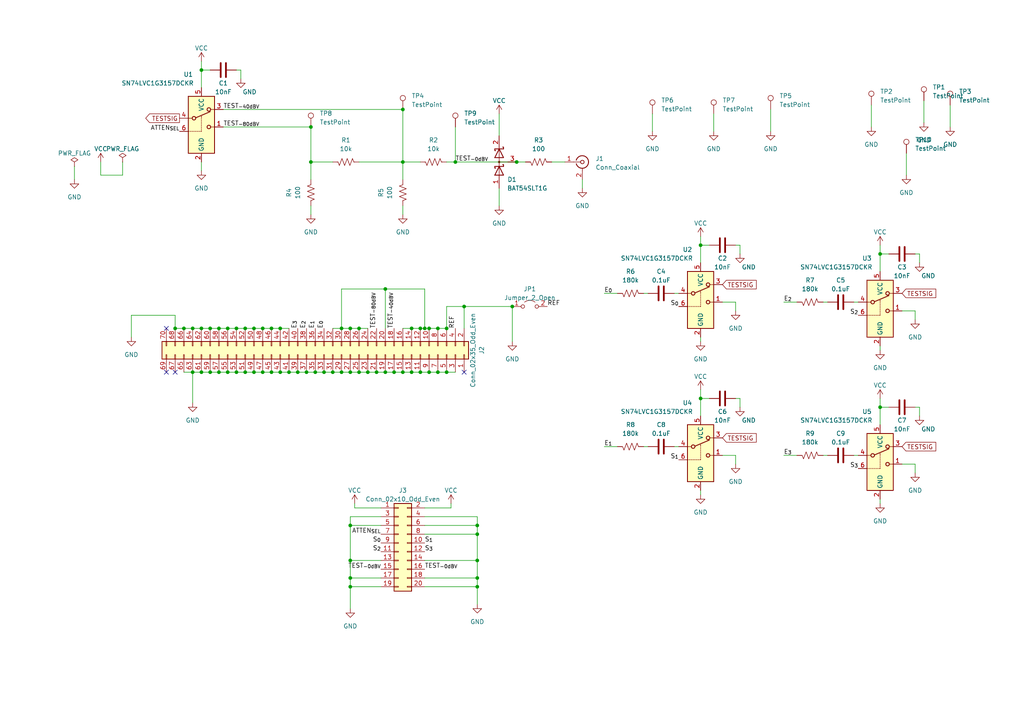
<source format=kicad_sch>
(kicad_sch (version 20230121) (generator eeschema)
  (paper "A4")
  (title_block (title "Extracellular Electrophysiology Test Board Test Board") (rev "A") (company "Open Ephys, Inc") (comment 1 "Jonathan P. Newman") (comment 2 "Cris Sharp"))
  (lib_symbols
    (symbol "Connector:Conn_Coaxial" (pin_names (offset 1.016) hide)
      (property "Reference" "J" (at 0.254 3.048 0))
      (property "Value" "Conn_Coaxial" (at 2.921 0 90))
      (symbol "Conn_Coaxial_0_1"
        (arc (start -1.778 -0.508) (mid 0.2311 -1.8066) (end 1.778 0) (stroke (width 0.254)))
        (polyline (pts (xy -2.54 0) (xy -0.508 0)))
        (polyline (pts (xy 0 -2.54) (xy 0 -1.778)))
        (circle (center 0 0) (radius 0.508) (stroke (width 0.2032)))
        (arc (start 1.778 0) (mid 0.2099 1.8101) (end -1.778 0.508) (stroke (width 0.254)))
      )
      (symbol "Conn_Coaxial_1_1"
        (pin passive line (at -5.08 0 0) (length 2.54) (name "In") (number "1"))
        (pin passive line (at 0 -5.08 90) (length 2.54) (name "Ext") (number "2"))
      )
    )
    (symbol "Connector:TestPoint" (pin_numbers hide) (pin_names (offset 0.762) hide)
      (property "Reference" "TP" (at 0 6.858 0))
      (property "Value" "TestPoint" (at 0 5.08 0))
      (symbol "TestPoint_0_1"
        (circle (center 0 3.302) (radius 0.762))
      )
      (symbol "TestPoint_1_1"
        (pin passive line (at 0 0 90) (length 2.54) (name "1") (number "1"))
      )
    )
    (symbol "Connector_Generic:Conn_02x10_Odd_Even" (pin_names (offset 1.016) hide)
      (property "Reference" "J" (at 1.27 12.7 0))
      (property "Value" "Conn_02x10_Odd_Even" (at 1.27 -15.24 0))
      (symbol "Conn_02x10_Odd_Even_1_1"
        (rectangle (start -1.27 -12.573) (end 0 -12.827) (stroke (width 0.1524)))
        (rectangle (start -1.27 -10.033) (end 0 -10.287) (stroke (width 0.1524)))
        (rectangle (start -1.27 -7.493) (end 0 -7.747) (stroke (width 0.1524)))
        (rectangle (start -1.27 -4.953) (end 0 -5.207) (stroke (width 0.1524)))
        (rectangle (start -1.27 -2.413) (end 0 -2.667) (stroke (width 0.1524)))
        (rectangle (start -1.27 0.127) (end 0 -0.127) (stroke (width 0.1524)))
        (rectangle (start -1.27 2.667) (end 0 2.413) (stroke (width 0.1524)))
        (rectangle (start -1.27 5.207) (end 0 4.953) (stroke (width 0.1524)))
        (rectangle (start -1.27 7.747) (end 0 7.493) (stroke (width 0.1524)))
        (rectangle (start -1.27 10.287) (end 0 10.033) (stroke (width 0.1524)))
        (rectangle (start -1.27 11.43) (end 3.81 -13.97) (stroke (width 0.254)) (fill (type background)))
        (rectangle (start 3.81 -12.573) (end 2.54 -12.827) (stroke (width 0.1524)))
        (rectangle (start 3.81 -10.033) (end 2.54 -10.287) (stroke (width 0.1524)))
        (rectangle (start 3.81 -7.493) (end 2.54 -7.747) (stroke (width 0.1524)))
        (rectangle (start 3.81 -4.953) (end 2.54 -5.207) (stroke (width 0.1524)))
        (rectangle (start 3.81 -2.413) (end 2.54 -2.667) (stroke (width 0.1524)))
        (rectangle (start 3.81 0.127) (end 2.54 -0.127) (stroke (width 0.1524)))
        (rectangle (start 3.81 2.667) (end 2.54 2.413) (stroke (width 0.1524)))
        (rectangle (start 3.81 5.207) (end 2.54 4.953) (stroke (width 0.1524)))
        (rectangle (start 3.81 7.747) (end 2.54 7.493) (stroke (width 0.1524)))
        (rectangle (start 3.81 10.287) (end 2.54 10.033) (stroke (width 0.1524)))
        (pin passive line (at -5.08 10.16 0) (length 3.81) (name "Pin_1") (number "1"))
        (pin passive line (at 7.62 0 180) (length 3.81) (name "Pin_10") (number "10"))
        (pin passive line (at -5.08 -2.54 0) (length 3.81) (name "Pin_11") (number "11"))
        (pin passive line (at 7.62 -2.54 180) (length 3.81) (name "Pin_12") (number "12"))
        (pin passive line (at -5.08 -5.08 0) (length 3.81) (name "Pin_13") (number "13"))
        (pin passive line (at 7.62 -5.08 180) (length 3.81) (name "Pin_14") (number "14"))
        (pin passive line (at -5.08 -7.62 0) (length 3.81) (name "Pin_15") (number "15"))
        (pin passive line (at 7.62 -7.62 180) (length 3.81) (name "Pin_16") (number "16"))
        (pin passive line (at -5.08 -10.16 0) (length 3.81) (name "Pin_17") (number "17"))
        (pin passive line (at 7.62 -10.16 180) (length 3.81) (name "Pin_18") (number "18"))
        (pin passive line (at -5.08 -12.7 0) (length 3.81) (name "Pin_19") (number "19"))
        (pin passive line (at 7.62 10.16 180) (length 3.81) (name "Pin_2") (number "2"))
        (pin passive line (at 7.62 -12.7 180) (length 3.81) (name "Pin_20") (number "20"))
        (pin passive line (at -5.08 7.62 0) (length 3.81) (name "Pin_3") (number "3"))
        (pin passive line (at 7.62 7.62 180) (length 3.81) (name "Pin_4") (number "4"))
        (pin passive line (at -5.08 5.08 0) (length 3.81) (name "Pin_5") (number "5"))
        (pin passive line (at 7.62 5.08 180) (length 3.81) (name "Pin_6") (number "6"))
        (pin passive line (at -5.08 2.54 0) (length 3.81) (name "Pin_7") (number "7"))
        (pin passive line (at 7.62 2.54 180) (length 3.81) (name "Pin_8") (number "8"))
        (pin passive line (at -5.08 0 0) (length 3.81) (name "Pin_9") (number "9"))
      )
    )
    (symbol "Connector_Generic:Conn_02x35_Odd_Even" (pin_names (offset 1.016) hide)
      (property "Reference" "J" (at 1.27 45.72 0))
      (property "Value" "Conn_02x35_Odd_Even" (at 1.27 -45.72 0))
      (symbol "Conn_02x35_Odd_Even_1_1"
        (rectangle (start -1.27 -43.053) (end 0 -43.307) (stroke (width 0.1524)))
        (rectangle (start -1.27 -40.513) (end 0 -40.767) (stroke (width 0.1524)))
        (rectangle (start -1.27 -37.973) (end 0 -38.227) (stroke (width 0.1524)))
        (rectangle (start -1.27 -35.433) (end 0 -35.687) (stroke (width 0.1524)))
        (rectangle (start -1.27 -32.893) (end 0 -33.147) (stroke (width 0.1524)))
        (rectangle (start -1.27 -30.353) (end 0 -30.607) (stroke (width 0.1524)))
        (rectangle (start -1.27 -27.813) (end 0 -28.067) (stroke (width 0.1524)))
        (rectangle (start -1.27 -25.273) (end 0 -25.527) (stroke (width 0.1524)))
        (rectangle (start -1.27 -22.733) (end 0 -22.987) (stroke (width 0.1524)))
        (rectangle (start -1.27 -20.193) (end 0 -20.447) (stroke (width 0.1524)))
        (rectangle (start -1.27 -17.653) (end 0 -17.907) (stroke (width 0.1524)))
        (rectangle (start -1.27 -15.113) (end 0 -15.367) (stroke (width 0.1524)))
        (rectangle (start -1.27 -12.573) (end 0 -12.827) (stroke (width 0.1524)))
        (rectangle (start -1.27 -10.033) (end 0 -10.287) (stroke (width 0.1524)))
        (rectangle (start -1.27 -7.493) (end 0 -7.747) (stroke (width 0.1524)))
        (rectangle (start -1.27 -4.953) (end 0 -5.207) (stroke (width 0.1524)))
        (rectangle (start -1.27 -2.413) (end 0 -2.667) (stroke (width 0.1524)))
        (rectangle (start -1.27 0.127) (end 0 -0.127) (stroke (width 0.1524)))
        (rectangle (start -1.27 2.667) (end 0 2.413) (stroke (width 0.1524)))
        (rectangle (start -1.27 5.207) (end 0 4.953) (stroke (width 0.1524)))
        (rectangle (start -1.27 7.747) (end 0 7.493) (stroke (width 0.1524)))
        (rectangle (start -1.27 10.287) (end 0 10.033) (stroke (width 0.1524)))
        (rectangle (start -1.27 12.827) (end 0 12.573) (stroke (width 0.1524)))
        (rectangle (start -1.27 15.367) (end 0 15.113) (stroke (width 0.1524)))
        (rectangle (start -1.27 17.907) (end 0 17.653) (stroke (width 0.1524)))
        (rectangle (start -1.27 20.447) (end 0 20.193) (stroke (width 0.1524)))
        (rectangle (start -1.27 22.987) (end 0 22.733) (stroke (width 0.1524)))
        (rectangle (start -1.27 25.527) (end 0 25.273) (stroke (width 0.1524)))
        (rectangle (start -1.27 28.067) (end 0 27.813) (stroke (width 0.1524)))
        (rectangle (start -1.27 30.607) (end 0 30.353) (stroke (width 0.1524)))
        (rectangle (start -1.27 33.147) (end 0 32.893) (stroke (width 0.1524)))
        (rectangle (start -1.27 35.687) (end 0 35.433) (stroke (width 0.1524)))
        (rectangle (start -1.27 38.227) (end 0 37.973) (stroke (width 0.1524)))
        (rectangle (start -1.27 40.767) (end 0 40.513) (stroke (width 0.1524)))
        (rectangle (start -1.27 43.307) (end 0 43.053) (stroke (width 0.1524)))
        (rectangle (start -1.27 44.45) (end 3.81 -44.45) (stroke (width 0.254)) (fill (type background)))
        (rectangle (start 3.81 -43.053) (end 2.54 -43.307) (stroke (width 0.1524)))
        (rectangle (start 3.81 -40.513) (end 2.54 -40.767) (stroke (width 0.1524)))
        (rectangle (start 3.81 -37.973) (end 2.54 -38.227) (stroke (width 0.1524)))
        (rectangle (start 3.81 -35.433) (end 2.54 -35.687) (stroke (width 0.1524)))
        (rectangle (start 3.81 -32.893) (end 2.54 -33.147) (stroke (width 0.1524)))
        (rectangle (start 3.81 -30.353) (end 2.54 -30.607) (stroke (width 0.1524)))
        (rectangle (start 3.81 -27.813) (end 2.54 -28.067) (stroke (width 0.1524)))
        (rectangle (start 3.81 -25.273) (end 2.54 -25.527) (stroke (width 0.1524)))
        (rectangle (start 3.81 -22.733) (end 2.54 -22.987) (stroke (width 0.1524)))
        (rectangle (start 3.81 -20.193) (end 2.54 -20.447) (stroke (width 0.1524)))
        (rectangle (start 3.81 -17.653) (end 2.54 -17.907) (stroke (width 0.1524)))
        (rectangle (start 3.81 -15.113) (end 2.54 -15.367) (stroke (width 0.1524)))
        (rectangle (start 3.81 -12.573) (end 2.54 -12.827) (stroke (width 0.1524)))
        (rectangle (start 3.81 -10.033) (end 2.54 -10.287) (stroke (width 0.1524)))
        (rectangle (start 3.81 -7.493) (end 2.54 -7.747) (stroke (width 0.1524)))
        (rectangle (start 3.81 -4.953) (end 2.54 -5.207) (stroke (width 0.1524)))
        (rectangle (start 3.81 -2.413) (end 2.54 -2.667) (stroke (width 0.1524)))
        (rectangle (start 3.81 0.127) (end 2.54 -0.127) (stroke (width 0.1524)))
        (rectangle (start 3.81 2.667) (end 2.54 2.413) (stroke (width 0.1524)))
        (rectangle (start 3.81 5.207) (end 2.54 4.953) (stroke (width 0.1524)))
        (rectangle (start 3.81 7.747) (end 2.54 7.493) (stroke (width 0.1524)))
        (rectangle (start 3.81 10.287) (end 2.54 10.033) (stroke (width 0.1524)))
        (rectangle (start 3.81 12.827) (end 2.54 12.573) (stroke (width 0.1524)))
        (rectangle (start 3.81 15.367) (end 2.54 15.113) (stroke (width 0.1524)))
        (rectangle (start 3.81 17.907) (end 2.54 17.653) (stroke (width 0.1524)))
        (rectangle (start 3.81 20.447) (end 2.54 20.193) (stroke (width 0.1524)))
        (rectangle (start 3.81 22.987) (end 2.54 22.733) (stroke (width 0.1524)))
        (rectangle (start 3.81 25.527) (end 2.54 25.273) (stroke (width 0.1524)))
        (rectangle (start 3.81 28.067) (end 2.54 27.813) (stroke (width 0.1524)))
        (rectangle (start 3.81 30.607) (end 2.54 30.353) (stroke (width 0.1524)))
        (rectangle (start 3.81 33.147) (end 2.54 32.893) (stroke (width 0.1524)))
        (rectangle (start 3.81 35.687) (end 2.54 35.433) (stroke (width 0.1524)))
        (rectangle (start 3.81 38.227) (end 2.54 37.973) (stroke (width 0.1524)))
        (rectangle (start 3.81 40.767) (end 2.54 40.513) (stroke (width 0.1524)))
        (rectangle (start 3.81 43.307) (end 2.54 43.053) (stroke (width 0.1524)))
        (pin passive line (at -5.08 43.18 0) (length 3.81) (name "Pin_1") (number "1"))
        (pin passive line (at 7.62 33.02 180) (length 3.81) (name "Pin_10") (number "10"))
        (pin passive line (at -5.08 30.48 0) (length 3.81) (name "Pin_11") (number "11"))
        (pin passive line (at 7.62 30.48 180) (length 3.81) (name "Pin_12") (number "12"))
        (pin passive line (at -5.08 27.94 0) (length 3.81) (name "Pin_13") (number "13"))
        (pin passive line (at 7.62 27.94 180) (length 3.81) (name "Pin_14") (number "14"))
        (pin passive line (at -5.08 25.4 0) (length 3.81) (name "Pin_15") (number "15"))
        (pin passive line (at 7.62 25.4 180) (length 3.81) (name "Pin_16") (number "16"))
        (pin passive line (at -5.08 22.86 0) (length 3.81) (name "Pin_17") (number "17"))
        (pin passive line (at 7.62 22.86 180) (length 3.81) (name "Pin_18") (number "18"))
        (pin passive line (at -5.08 20.32 0) (length 3.81) (name "Pin_19") (number "19"))
        (pin passive line (at 7.62 43.18 180) (length 3.81) (name "Pin_2") (number "2"))
        (pin passive line (at 7.62 20.32 180) (length 3.81) (name "Pin_20") (number "20"))
        (pin passive line (at -5.08 17.78 0) (length 3.81) (name "Pin_21") (number "21"))
        (pin passive line (at 7.62 17.78 180) (length 3.81) (name "Pin_22") (number "22"))
        (pin passive line (at -5.08 15.24 0) (length 3.81) (name "Pin_23") (number "23"))
        (pin passive line (at 7.62 15.24 180) (length 3.81) (name "Pin_24") (number "24"))
        (pin passive line (at -5.08 12.7 0) (length 3.81) (name "Pin_25") (number "25"))
        (pin passive line (at 7.62 12.7 180) (length 3.81) (name "Pin_26") (number "26"))
        (pin passive line (at -5.08 10.16 0) (length 3.81) (name "Pin_27") (number "27"))
        (pin passive line (at 7.62 10.16 180) (length 3.81) (name "Pin_28") (number "28"))
        (pin passive line (at -5.08 7.62 0) (length 3.81) (name "Pin_29") (number "29"))
        (pin passive line (at -5.08 40.64 0) (length 3.81) (name "Pin_3") (number "3"))
        (pin passive line (at 7.62 7.62 180) (length 3.81) (name "Pin_30") (number "30"))
        (pin passive line (at -5.08 5.08 0) (length 3.81) (name "Pin_31") (number "31"))
        (pin passive line (at 7.62 5.08 180) (length 3.81) (name "Pin_32") (number "32"))
        (pin passive line (at -5.08 2.54 0) (length 3.81) (name "Pin_33") (number "33"))
        (pin passive line (at 7.62 2.54 180) (length 3.81) (name "Pin_34") (number "34"))
        (pin passive line (at -5.08 0 0) (length 3.81) (name "Pin_35") (number "35"))
        (pin passive line (at 7.62 0 180) (length 3.81) (name "Pin_36") (number "36"))
        (pin passive line (at -5.08 -2.54 0) (length 3.81) (name "Pin_37") (number "37"))
        (pin passive line (at 7.62 -2.54 180) (length 3.81) (name "Pin_38") (number "38"))
        (pin passive line (at -5.08 -5.08 0) (length 3.81) (name "Pin_39") (number "39"))
        (pin passive line (at 7.62 40.64 180) (length 3.81) (name "Pin_4") (number "4"))
        (pin passive line (at 7.62 -5.08 180) (length 3.81) (name "Pin_40") (number "40"))
        (pin passive line (at -5.08 -7.62 0) (length 3.81) (name "Pin_41") (number "41"))
        (pin passive line (at 7.62 -7.62 180) (length 3.81) (name "Pin_42") (number "42"))
        (pin passive line (at -5.08 -10.16 0) (length 3.81) (name "Pin_43") (number "43"))
        (pin passive line (at 7.62 -10.16 180) (length 3.81) (name "Pin_44") (number "44"))
        (pin passive line (at -5.08 -12.7 0) (length 3.81) (name "Pin_45") (number "45"))
        (pin passive line (at 7.62 -12.7 180) (length 3.81) (name "Pin_46") (number "46"))
        (pin passive line (at -5.08 -15.24 0) (length 3.81) (name "Pin_47") (number "47"))
        (pin passive line (at 7.62 -15.24 180) (length 3.81) (name "Pin_48") (number "48"))
        (pin passive line (at -5.08 -17.78 0) (length 3.81) (name "Pin_49") (number "49"))
        (pin passive line (at -5.08 38.1 0) (length 3.81) (name "Pin_5") (number "5"))
        (pin passive line (at 7.62 -17.78 180) (length 3.81) (name "Pin_50") (number "50"))
        (pin passive line (at -5.08 -20.32 0) (length 3.81) (name "Pin_51") (number "51"))
        (pin passive line (at 7.62 -20.32 180) (length 3.81) (name "Pin_52") (number "52"))
        (pin passive line (at -5.08 -22.86 0) (length 3.81) (name "Pin_53") (number "53"))
        (pin passive line (at 7.62 -22.86 180) (length 3.81) (name "Pin_54") (number "54"))
        (pin passive line (at -5.08 -25.4 0) (length 3.81) (name "Pin_55") (number "55"))
        (pin passive line (at 7.62 -25.4 180) (length 3.81) (name "Pin_56") (number "56"))
        (pin passive line (at -5.08 -27.94 0) (length 3.81) (name "Pin_57") (number "57"))
        (pin passive line (at 7.62 -27.94 180) (length 3.81) (name "Pin_58") (number "58"))
        (pin passive line (at -5.08 -30.48 0) (length 3.81) (name "Pin_59") (number "59"))
        (pin passive line (at 7.62 38.1 180) (length 3.81) (name "Pin_6") (number "6"))
        (pin passive line (at 7.62 -30.48 180) (length 3.81) (name "Pin_60") (number "60"))
        (pin passive line (at -5.08 -33.02 0) (length 3.81) (name "Pin_61") (number "61"))
        (pin passive line (at 7.62 -33.02 180) (length 3.81) (name "Pin_62") (number "62"))
        (pin passive line (at -5.08 -35.56 0) (length 3.81) (name "Pin_63") (number "63"))
        (pin passive line (at 7.62 -35.56 180) (length 3.81) (name "Pin_64") (number "64"))
        (pin passive line (at -5.08 -38.1 0) (length 3.81) (name "Pin_65") (number "65"))
        (pin passive line (at 7.62 -38.1 180) (length 3.81) (name "Pin_66") (number "66"))
        (pin passive line (at -5.08 -40.64 0) (length 3.81) (name "Pin_67") (number "67"))
        (pin passive line (at 7.62 -40.64 180) (length 3.81) (name "Pin_68") (number "68"))
        (pin passive line (at -5.08 -43.18 0) (length 3.81) (name "Pin_69") (number "69"))
        (pin passive line (at -5.08 35.56 0) (length 3.81) (name "Pin_7") (number "7"))
        (pin passive line (at 7.62 -43.18 180) (length 3.81) (name "Pin_70") (number "70"))
        (pin passive line (at 7.62 35.56 180) (length 3.81) (name "Pin_8") (number "8"))
        (pin passive line (at -5.08 33.02 0) (length 3.81) (name "Pin_9") (number "9"))
      )
    )
    (symbol "Device:C" (pin_numbers hide) (pin_names (offset 0.254))
      (property "Reference" "C" (at 0.635 2.54 0))
      (property "Value" "C" (at 0.635 -2.54 0))
      (symbol "C_0_1"
        (polyline (pts (xy -2.032 -0.762) (xy 2.032 -0.762)) (stroke (width 0.508)))
        (polyline (pts (xy -2.032 0.762) (xy 2.032 0.762)) (stroke (width 0.508)))
      )
      (symbol "C_1_1"
        (pin passive line (at 0 3.81 270) (length 2.794) (name "~") (number "1"))
        (pin passive line (at 0 -3.81 90) (length 2.794) (name "~") (number "2"))
      )
    )
    (symbol "Device:D_Schottky_Dual_Series_AKC" (pin_names (offset 0.762) hide)
      (property "Reference" "D" (at 1.27 -2.54 0))
      (property "Value" "D_Schottky_Dual_Series_AKC" (at 0 2.54 0))
      (symbol "D_Schottky_Dual_Series_AKC_0_1"
        (polyline (pts (xy -3.81 0) (xy 3.81 0)))
        (polyline (pts (xy 0 0) (xy 0 -2.54)))
        (polyline (pts (xy 6.35 0) (xy 7.62 0)))
        (polyline (pts (xy -1.27 -1.27) (xy -1.27 1.27) (xy -1.27 1.27)) (stroke (width 0.254)))
        (polyline (pts (xy 3.81 1.27) (xy 3.81 -1.27) (xy 3.81 -1.27)) (stroke (width 0.254)))
        (polyline (pts (xy -1.27 -1.27) (xy -0.762 -1.27) (xy -0.762 -1.016) (xy -0.762 -1.016)) (stroke (width 0.254)))
        (polyline (pts (xy 3.81 -1.27) (xy 4.318 -1.27) (xy 4.318 -1.016) (xy 4.318 -1.016)) (stroke (width 0.254)))
        (polyline (pts (xy 3.81 1.27) (xy 3.302 1.27) (xy 3.302 1.016) (xy 3.302 1.016)) (stroke (width 0.254)))
        (polyline (pts (xy -1.778 1.016) (xy -1.778 1.27) (xy -1.27 1.27) (xy -1.27 1.27) (xy -1.27 1.27)) (stroke (width 0.254)))
        (polyline (pts (xy -3.81 1.27) (xy -1.27 0) (xy -3.81 -1.27) (xy -3.81 1.27) (xy -3.81 1.27) (xy -3.81 1.27)) (stroke (width 0.254)))
        (polyline (pts (xy 1.27 1.27) (xy 3.81 0) (xy 1.27 -1.27) (xy 1.27 1.27) (xy 1.27 1.27) (xy 1.27 1.27)) (stroke (width 0.254)))
        (circle (center 0 0) (radius 0.254) (fill (type outline)))
        (pin passive line (at -7.62 0 0) (length 3.81) (name "A") (number "1"))
        (pin passive line (at 7.62 0 180) (length 3.81) (name "K") (number "2"))
        (pin passive line (at 0 -5.08 90) (length 2.54) (name "common") (number "3"))
      )
    )
    (symbol "Device:R_US" (pin_numbers hide) (pin_names (offset 0))
      (property "Reference" "R" (at 2.54 0 90))
      (property "Value" "R_US" (at -2.54 0 90))
      (symbol "R_US_0_1"
        (polyline (pts (xy 0 -2.286) (xy 0 -2.54)))
        (polyline (pts (xy 0 2.286) (xy 0 2.54)))
        (polyline (pts (xy 0 -0.762) (xy 1.016 -1.143) (xy 0 -1.524) (xy -1.016 -1.905) (xy 0 -2.286)))
        (polyline (pts (xy 0 0.762) (xy 1.016 0.381) (xy 0 0) (xy -1.016 -0.381) (xy 0 -0.762)))
        (polyline (pts (xy 0 2.286) (xy 1.016 1.905) (xy 0 1.524) (xy -1.016 1.143) (xy 0 0.762)))
      )
      (symbol "R_US_1_1"
        (pin passive line (at 0 3.81 270) (length 1.27) (name "~") (number "1"))
        (pin passive line (at 0 -3.81 90) (length 1.27) (name "~") (number "2"))
      )
    )
    (symbol "Jumper:Jumper_2_Open" (pin_names (offset 0) hide)
      (property "Reference" "JP" (at 0 2.794 0))
      (property "Value" "Jumper_2_Open" (at 0 -2.286 0))
      (symbol "Jumper_2_Open_0_0"
        (circle (center -2.032 0) (radius 0.508))
        (circle (center 2.032 0) (radius 0.508))
      )
      (symbol "Jumper_2_Open_0_1"
        (arc (start 1.524 1.27) (mid 0 1.778) (end -1.524 1.27))
      )
      (symbol "Jumper_2_Open_1_1"
        (pin passive line (at -5.08 0 0) (length 2.54) (name "A") (number "1"))
        (pin passive line (at 5.08 0 180) (length 2.54) (name "B") (number "2"))
      )
    )
    (symbol "open-ephys:SN74LVC1G3157DCKR"
      (property "Reference" "U" (at 3.81 11.43 0))
      (property "Value" "SN74LVC1G3157DCKR" (at 11.43 8.89 0))
      (symbol "SN74LVC1G3157DCKR_1_1"
        (rectangle (start -3.81 7.62) (end 3.81 -8.89) (stroke (width 0.254)) (fill (type background)))
        (circle (center -2.159 1.27) (radius 0.508) (stroke (width 0.254)))
        (polyline (pts (xy -3.81 -2.54) (xy -3.556 -2.54)))
        (polyline (pts (xy -3.81 1.27) (xy -2.794 1.27)))
        (polyline (pts (xy -3.048 -2.54) (xy -3.302 -2.54)))
        (polyline (pts (xy -2.54 -2.54) (xy -2.794 -2.54)))
        (polyline (pts (xy -2.032 -2.54) (xy -2.286 -2.54)))
        (polyline (pts (xy -1.651 1.397) (xy 2.54 3.175)) (stroke (width 0.254)))
        (polyline (pts (xy -1.524 -2.54) (xy -1.778 -2.54)))
        (polyline (pts (xy -1.016 -2.54) (xy -1.27 -2.54)))
        (polyline (pts (xy -0.508 -2.54) (xy -0.762 -2.54)))
        (polyline (pts (xy 0 -2.54) (xy -0.254 -2.54)))
        (polyline (pts (xy 0 -2.54) (xy 0 -2.286)))
        (polyline (pts (xy 0 -2.032) (xy 0 -1.778)))
        (polyline (pts (xy 0 -1.524) (xy 0 -1.27)))
        (polyline (pts (xy 0 -1.016) (xy 0 -0.762)))
        (polyline (pts (xy 0 -0.508) (xy 0 -0.254)))
        (polyline (pts (xy 0 0) (xy 0 0.254)))
        (polyline (pts (xy 0 0.508) (xy 0 0.762)))
        (polyline (pts (xy 0 1.016) (xy 0 1.27)))
        (polyline (pts (xy 0 1.524) (xy 0 1.778)))
        (polyline (pts (xy 0 1.524) (xy 0 1.778)))
        (polyline (pts (xy 3.81 -1.27) (xy 2.794 -1.27)))
        (polyline (pts (xy 3.81 3.81) (xy 2.794 3.81)))
        (circle (center 2.159 -1.27) (radius 0.508) (stroke (width 0.254)))
        (circle (center 2.159 3.81) (radius 0.508) (stroke (width 0.254)))
        (pin passive line (at 6.35 -1.27 180) (length 2.54) (name "~") (number "1"))
        (pin power_in line (at 0 -11.43 90) (length 2.54) (name "GND") (number "2"))
        (pin passive line (at 6.35 3.81 180) (length 2.54) (name "~") (number "3"))
        (pin passive line (at -6.35 1.27 0) (length 2.54) (name "~") (number "4"))
        (pin power_in line (at 0 10.16 270) (length 2.54) (name "VCC") (number "5"))
        (pin input line (at -6.35 -2.54 0) (length 2.54) (name "~") (number "6"))
      )
    )
    (symbol "power:GND" (power) (pin_names (offset 0))
      (property "Value" "GND" (at 0 -3.81 0))
      (symbol "GND_0_1"
        (polyline (pts (xy 0 0) (xy 0 -1.27) (xy 1.27 -1.27) (xy 0 -2.54) (xy -1.27 -1.27) (xy 0 -1.27)))
      )
      (symbol "GND_1_1"
        (pin power_in line (at 0 0 270) (length 0) hide (name "GND") (number "1"))
      )
    )
    (symbol "power:PWR_FLAG" (power) (pin_numbers hide) (pin_names (offset 0) hide)
      (property "Value" "PWR_FLAG" (at 0 3.81 0))
      (symbol "PWR_FLAG_0_0"
        (pin power_out line (at 0 0 90) (length 0) (name "pwr") (number "1"))
      )
      (symbol "PWR_FLAG_0_1"
        (polyline (pts (xy 0 0) (xy 0 1.27) (xy -1.016 1.905) (xy 0 2.54) (xy 1.016 1.905) (xy 0 1.27)))
      )
    )
    (symbol "power:VCC" (power) (pin_names (offset 0))
      (property "Value" "VCC" (at 0 3.81 0))
      (symbol "VCC_0_1"
        (polyline (pts (xy -0.762 1.27) (xy 0 2.54)))
        (polyline (pts (xy 0 0) (xy 0 2.54)))
        (polyline (pts (xy 0 2.54) (xy 0.762 1.27)))
      )
      (symbol "VCC_1_1"
        (pin power_in line (at 0 0 90) (length 0) hide (name "VCC") (number "1"))
      )
    )
  )
  (junction (at 93.98 107.95))
  (junction (at 55.88 95.25))
  (junction (at 66.04 107.95))
  (junction (at 111.76 107.95))
  (junction (at 101.6 152.4))
  (junction (at 60.96 95.25))
  (junction (at 138.43 170.18))
  (junction (at 58.42 107.95))
  (junction (at 73.66 107.95))
  (junction (at 129.54 107.95))
  (junction (at 90.17 46.99))
  (junction (at 66.04 95.25))
  (junction (at 124.46 95.25))
  (junction (at 149.86 46.99))
  (junction (at 255.27 118.11))
  (junction (at 124.46 107.95))
  (junction (at 68.58 107.95))
  (junction (at 116.84 46.99))
  (junction (at 78.74 95.25))
  (junction (at 81.28 95.25))
  (junction (at 86.36 107.95))
  (junction (at 127 107.95))
  (junction (at 71.12 95.25))
  (junction (at 104.14 107.95))
  (junction (at 101.6 162.56))
  (junction (at 53.34 95.25))
  (junction (at 101.6 170.18))
  (junction (at 203.2 115.57))
  (junction (at 106.68 107.95))
  (junction (at 104.14 95.25))
  (junction (at 101.6 167.64))
  (junction (at 101.6 95.25))
  (junction (at 78.74 107.95))
  (junction (at 129.54 95.25))
  (junction (at 55.88 107.95))
  (junction (at 109.22 107.95))
  (junction (at 91.44 107.95))
  (junction (at 88.9 107.95))
  (junction (at 119.38 107.95))
  (junction (at 83.82 107.95))
  (junction (at 255.27 73.66))
  (junction (at 76.2 107.95))
  (junction (at 68.58 95.25))
  (junction (at 116.84 107.95))
  (junction (at 76.2 95.25))
  (junction (at 58.42 95.25))
  (junction (at 60.96 107.95))
  (junction (at 134.62 88.9))
  (junction (at 96.52 107.95))
  (junction (at 63.5 107.95))
  (junction (at 148.59 88.9))
  (junction (at 116.84 31.75))
  (junction (at 127 95.25))
  (junction (at 73.66 95.25))
  (junction (at 63.5 95.25))
  (junction (at 121.92 95.25))
  (junction (at 81.28 107.95))
  (junction (at 121.92 107.95))
  (junction (at 138.43 152.4))
  (junction (at 71.12 107.95))
  (junction (at 50.8 95.25))
  (junction (at 111.76 83.82))
  (junction (at 114.3 107.95))
  (junction (at 101.6 107.95))
  (junction (at 123.19 95.25))
  (junction (at 99.06 107.95))
  (junction (at 203.2 71.12))
  (junction (at 138.43 162.56))
  (junction (at 58.42 20.32))
  (junction (at 132.08 46.99))
  (junction (at 90.17 36.83))
  (junction (at 99.06 95.25))
  (junction (at 138.43 154.94))
  (junction (at 138.43 167.64))
  (junction (at 119.38 95.25))
  (no_connect (at 48.26 95.25))
  (no_connect (at 134.62 107.95))
  (no_connect (at 50.8 107.95))
  (no_connect (at 48.26 107.95))
  (wire (pts (xy 134.62 88.9) (xy 148.59 88.9)))
  (wire (pts (xy 265.43 137.16) (xy 265.43 134.62)))
  (wire (pts (xy 240.03 87.63) (xy 238.76 87.63)))
  (wire (pts (xy 265.43 90.17) (xy 261.62 90.17)))
  (wire (pts (xy 123.19 170.18) (xy 138.43 170.18)))
  (wire (pts (xy 104.14 107.95) (xy 106.68 107.95)))
  (wire (pts (xy 138.43 149.86) (xy 138.43 152.4)))
  (wire (pts (xy 138.43 152.4) (xy 138.43 154.94)))
  (wire (pts (xy 213.36 134.62) (xy 213.36 132.08)))
  (wire (pts (xy 123.19 147.32) (xy 130.81 147.32)))
  (wire (pts (xy 101.6 167.64) (xy 110.49 167.64)))
  (wire (pts (xy 130.81 147.32) (xy 130.81 146.05)))
  (wire (pts (xy 255.27 115.57) (xy 255.27 118.11)))
  (wire (pts (xy 99.06 107.95) (xy 101.6 107.95)))
  (wire (pts (xy 116.84 31.75) (xy 64.77 31.75)))
  (wire (pts (xy 123.19 152.4) (xy 138.43 152.4)))
  (wire (pts (xy 213.36 90.17) (xy 213.36 87.63)))
  (wire (pts (xy 266.7 73.66) (xy 266.7 76.2)))
  (wire (pts (xy 111.76 107.95) (xy 114.3 107.95)))
  (wire (pts (xy 138.43 167.64) (xy 138.43 170.18)))
  (wire (pts (xy 255.27 146.05) (xy 255.27 144.78)))
  (wire (pts (xy 160.02 46.99) (xy 163.83 46.99)))
  (wire (pts (xy 55.88 107.95) (xy 58.42 107.95)))
  (wire (pts (xy 116.84 52.07) (xy 116.84 46.99)))
  (wire (pts (xy 101.6 170.18) (xy 110.49 170.18)))
  (wire (pts (xy 116.84 95.25) (xy 119.38 95.25)))
  (wire (pts (xy 73.66 107.95) (xy 76.2 107.95)))
  (wire (pts (xy 121.92 107.95) (xy 124.46 107.95)))
  (wire (pts (xy 106.68 107.95) (xy 109.22 107.95)))
  (wire (pts (xy 109.22 107.95) (xy 111.76 107.95)))
  (wire (pts (xy 91.44 107.95) (xy 93.98 107.95)))
  (wire (pts (xy 58.42 95.25) (xy 60.96 95.25)))
  (wire (pts (xy 21.59 48.26) (xy 21.59 52.07)))
  (wire (pts (xy 262.89 44.45) (xy 262.89 50.8)))
  (wire (pts (xy 88.9 107.95) (xy 91.44 107.95)))
  (wire (pts (xy 203.2 113.03) (xy 203.2 115.57)))
  (wire (pts (xy 129.54 107.95) (xy 132.08 107.95)))
  (wire (pts (xy 149.86 46.99) (xy 152.4 46.99)))
  (wire (pts (xy 101.6 95.25) (xy 104.14 95.25)))
  (wire (pts (xy 101.6 107.95) (xy 104.14 107.95)))
  (wire (pts (xy 240.03 132.08) (xy 238.76 132.08)))
  (wire (pts (xy 248.92 132.08) (xy 247.65 132.08)))
  (wire (pts (xy 123.19 83.82) (xy 123.19 95.25)))
  (wire (pts (xy 189.23 33.02) (xy 189.23 38.1)))
  (wire (pts (xy 111.76 95.25) (xy 111.76 83.82)))
  (wire (pts (xy 93.98 107.95) (xy 96.52 107.95)))
  (wire (pts (xy 29.21 50.8) (xy 35.56 50.8)))
  (wire (pts (xy 267.97 29.21) (xy 267.97 35.56)))
  (wire (pts (xy 76.2 107.95) (xy 78.74 107.95)))
  (wire (pts (xy 144.78 33.02) (xy 144.78 39.37)))
  (wire (pts (xy 78.74 107.95) (xy 81.28 107.95)))
  (wire (pts (xy 123.19 149.86) (xy 138.43 149.86)))
  (wire (pts (xy 132.08 46.99) (xy 149.86 46.99)))
  (wire (pts (xy 255.27 101.6) (xy 255.27 100.33)))
  (wire (pts (xy 104.14 95.25) (xy 106.68 95.25)))
  (wire (pts (xy 90.17 52.07) (xy 90.17 46.99)))
  (wire (pts (xy 127 107.95) (xy 129.54 107.95)))
  (wire (pts (xy 96.52 107.95) (xy 99.06 107.95)))
  (wire (pts (xy 60.96 95.25) (xy 63.5 95.25)))
  (wire (pts (xy 265.43 134.62) (xy 261.62 134.62)))
  (wire (pts (xy 63.5 95.25) (xy 66.04 95.25)))
  (wire (pts (xy 68.58 20.32) (xy 69.85 20.32)))
  (wire (pts (xy 110.49 147.32) (xy 102.87 147.32)))
  (wire (pts (xy 196.85 129.54) (xy 195.58 129.54)))
  (wire (pts (xy 175.26 129.54) (xy 179.07 129.54)))
  (wire (pts (xy 101.6 152.4) (xy 110.49 152.4)))
  (wire (pts (xy 50.8 95.25) (xy 53.34 95.25)))
  (wire (pts (xy 63.5 107.95) (xy 66.04 107.95)))
  (wire (pts (xy 148.59 88.9) (xy 148.59 99.06)))
  (wire (pts (xy 101.6 162.56) (xy 110.49 162.56)))
  (wire (pts (xy 265.43 73.66) (xy 266.7 73.66)))
  (wire (pts (xy 123.19 154.94) (xy 138.43 154.94)))
  (wire (pts (xy 255.27 71.12) (xy 255.27 73.66)))
  (wire (pts (xy 53.34 95.25) (xy 55.88 95.25)))
  (wire (pts (xy 71.12 107.95) (xy 73.66 107.95)))
  (wire (pts (xy 78.74 95.25) (xy 81.28 95.25)))
  (wire (pts (xy 104.14 46.99) (xy 116.84 46.99)))
  (wire (pts (xy 248.92 87.63) (xy 247.65 87.63)))
  (wire (pts (xy 58.42 107.95) (xy 60.96 107.95)))
  (wire (pts (xy 175.26 85.09) (xy 179.07 85.09)))
  (wire (pts (xy 90.17 59.69) (xy 90.17 62.23)))
  (wire (pts (xy 55.88 95.25) (xy 58.42 95.25)))
  (wire (pts (xy 58.42 20.32) (xy 60.96 20.32)))
  (wire (pts (xy 101.6 152.4) (xy 101.6 162.56)))
  (wire (pts (xy 110.49 149.86) (xy 101.6 149.86)))
  (wire (pts (xy 227.33 87.63) (xy 231.14 87.63)))
  (wire (pts (xy 213.36 132.08) (xy 209.55 132.08)))
  (wire (pts (xy 99.06 95.25) (xy 99.06 83.82)))
  (wire (pts (xy 138.43 154.94) (xy 138.43 162.56)))
  (wire (pts (xy 38.1 91.44) (xy 38.1 97.79)))
  (wire (pts (xy 99.06 95.25) (xy 101.6 95.25)))
  (wire (pts (xy 101.6 170.18) (xy 101.6 176.53)))
  (wire (pts (xy 203.2 115.57) (xy 205.74 115.57)))
  (wire (pts (xy 203.2 68.58) (xy 203.2 71.12)))
  (wire (pts (xy 134.62 95.25) (xy 134.62 88.9)))
  (wire (pts (xy 129.54 95.25) (xy 127 95.25)))
  (wire (pts (xy 187.96 85.09) (xy 186.69 85.09)))
  (wire (pts (xy 111.76 83.82) (xy 123.19 83.82)))
  (wire (pts (xy 203.2 143.51) (xy 203.2 142.24)))
  (wire (pts (xy 144.78 54.61) (xy 144.78 59.69)))
  (wire (pts (xy 73.66 95.25) (xy 76.2 95.25)))
  (wire (pts (xy 114.3 107.95) (xy 116.84 107.95)))
  (wire (pts (xy 116.84 107.95) (xy 119.38 107.95)))
  (wire (pts (xy 129.54 88.9) (xy 129.54 95.25)))
  (wire (pts (xy 138.43 162.56) (xy 138.43 167.64)))
  (wire (pts (xy 203.2 71.12) (xy 203.2 76.2)))
  (wire (pts (xy 132.08 36.83) (xy 132.08 46.99)))
  (wire (pts (xy 129.54 46.99) (xy 132.08 46.99)))
  (wire (pts (xy 29.21 46.99) (xy 29.21 50.8)))
  (wire (pts (xy 96.52 95.25) (xy 99.06 95.25)))
  (wire (pts (xy 138.43 170.18) (xy 138.43 175.26)))
  (wire (pts (xy 64.77 36.83) (xy 90.17 36.83)))
  (wire (pts (xy 223.52 31.75) (xy 223.52 38.1)))
  (wire (pts (xy 58.42 17.78) (xy 58.42 20.32)))
  (wire (pts (xy 214.63 115.57) (xy 214.63 118.11)))
  (wire (pts (xy 187.96 129.54) (xy 186.69 129.54)))
  (wire (pts (xy 116.84 46.99) (xy 116.84 31.75)))
  (wire (pts (xy 35.56 50.8) (xy 35.56 46.99)))
  (wire (pts (xy 255.27 118.11) (xy 257.81 118.11)))
  (wire (pts (xy 196.85 85.09) (xy 195.58 85.09)))
  (wire (pts (xy 60.96 107.95) (xy 63.5 107.95)))
  (wire (pts (xy 119.38 95.25) (xy 121.92 95.25)))
  (wire (pts (xy 81.28 95.25) (xy 83.82 95.25)))
  (wire (pts (xy 265.43 92.71) (xy 265.43 90.17)))
  (wire (pts (xy 213.36 115.57) (xy 214.63 115.57)))
  (wire (pts (xy 275.59 30.48) (xy 275.59 36.83)))
  (wire (pts (xy 83.82 107.95) (xy 86.36 107.95)))
  (wire (pts (xy 66.04 95.25) (xy 68.58 95.25)))
  (wire (pts (xy 124.46 95.25) (xy 127 95.25)))
  (wire (pts (xy 53.34 107.95) (xy 55.88 107.95)))
  (wire (pts (xy 90.17 36.83) (xy 90.17 46.99)))
  (wire (pts (xy 90.17 46.99) (xy 96.52 46.99)))
  (wire (pts (xy 214.63 71.12) (xy 214.63 73.66)))
  (wire (pts (xy 255.27 73.66) (xy 255.27 78.74)))
  (wire (pts (xy 50.8 95.25) (xy 50.8 91.44)))
  (wire (pts (xy 203.2 115.57) (xy 203.2 120.65)))
  (wire (pts (xy 101.6 167.64) (xy 101.6 170.18)))
  (wire (pts (xy 119.38 107.95) (xy 121.92 107.95)))
  (wire (pts (xy 213.36 71.12) (xy 214.63 71.12)))
  (wire (pts (xy 58.42 20.32) (xy 58.42 25.4)))
  (wire (pts (xy 255.27 73.66) (xy 257.81 73.66)))
  (wire (pts (xy 168.91 52.07) (xy 168.91 54.61)))
  (wire (pts (xy 123.19 162.56) (xy 138.43 162.56)))
  (wire (pts (xy 86.36 107.95) (xy 88.9 107.95)))
  (wire (pts (xy 81.28 107.95) (xy 83.82 107.95)))
  (wire (pts (xy 227.33 132.08) (xy 231.14 132.08)))
  (wire (pts (xy 266.7 118.11) (xy 266.7 120.65)))
  (wire (pts (xy 101.6 162.56) (xy 101.6 167.64)))
  (wire (pts (xy 58.42 46.99) (xy 58.42 49.53)))
  (wire (pts (xy 101.6 149.86) (xy 101.6 152.4)))
  (wire (pts (xy 66.04 107.95) (xy 68.58 107.95)))
  (wire (pts (xy 255.27 118.11) (xy 255.27 123.19)))
  (wire (pts (xy 123.19 167.64) (xy 138.43 167.64)))
  (wire (pts (xy 203.2 71.12) (xy 205.74 71.12)))
  (wire (pts (xy 121.92 95.25) (xy 123.19 95.25)))
  (wire (pts (xy 50.8 91.44) (xy 38.1 91.44)))
  (wire (pts (xy 124.46 107.95) (xy 127 107.95)))
  (wire (pts (xy 207.01 33.02) (xy 207.01 38.1)))
  (wire (pts (xy 252.73 30.48) (xy 252.73 36.83)))
  (wire (pts (xy 116.84 46.99) (xy 121.92 46.99)))
  (wire (pts (xy 99.06 83.82) (xy 111.76 83.82)))
  (wire (pts (xy 55.88 107.95) (xy 55.88 116.84)))
  (wire (pts (xy 134.62 88.9) (xy 129.54 88.9)))
  (wire (pts (xy 69.85 20.32) (xy 69.85 22.86)))
  (wire (pts (xy 102.87 147.32) (xy 102.87 146.05)))
  (wire (pts (xy 116.84 59.69) (xy 116.84 62.23)))
  (wire (pts (xy 71.12 95.25) (xy 73.66 95.25)))
  (wire (pts (xy 213.36 87.63) (xy 209.55 87.63)))
  (wire (pts (xy 76.2 95.25) (xy 78.74 95.25)))
  (wire (pts (xy 265.43 118.11) (xy 266.7 118.11)))
  (wire (pts (xy 68.58 95.25) (xy 71.12 95.25)))
  (wire (pts (xy 123.19 95.25) (xy 124.46 95.25)))
  (wire (pts (xy 68.58 107.95) (xy 71.12 107.95)))
  (wire (pts (xy 203.2 99.06) (xy 203.2 97.79)))
  (label "REF" (at 158.75 88.9 0))
  (label "S_{1}" (at 196.85 133.35 180))
  (label "S_{3}" (at 248.92 135.89 180))
  (label "ATTEN_{SEL}" (at 52.07 38.1 180))
  (label "TEST_{-0dBV}" (at 123.19 165.1 0))
  (label "TEST_{-40dBV}" (at 64.77 31.75 0))
  (label "E_{2}" (at 227.33 87.63 0))
  (label "TEST_{-80dBV}" (at 109.22 95.25 90))
  (label "S_{2}" (at 248.92 91.44 180))
  (label "TEST_{-80dBV}" (at 64.77 36.83 0))
  (label "S_{1}" (at 123.19 157.48 0))
  (label "E_{3}" (at 86.36 95.25 90))
  (label "TEST_{-40dBV}" (at 114.3 95.25 90))
  (label "E_{0}" (at 175.26 85.09 0))
  (label "TEST_{-0dBV}" (at 132.08 46.99 0))
  (label "E_{0}" (at 93.98 95.25 90))
  (label "S_{0}" (at 196.85 88.9 180))
  (label "S_{2}" (at 110.49 160.02 180))
  (label "ATTEN_{SEL}" (at 110.49 154.94 180))
  (label "REF" (at 132.08 95.25 90))
  (label "E_{3}" (at 227.33 132.08 0))
  (label "TEST_{-0dBV}" (at 110.49 165.1 180))
  (label "E_{2}" (at 88.9 95.25 90))
  (label "E_{1}" (at 91.44 95.25 90))
  (label "S_{3}" (at 123.19 160.02 0))
  (label "S_{0}" (at 110.49 157.48 180))
  (label "E_{1}" (at 175.26 129.54 0))
  (global_label "TESTSIG" (shape input) (at 209.55 127 0) (property "Intersheetrefs" "${INTERSHEET_REFS}" (effects hide)))
  (global_label "TESTSIG" (shape input) (at 209.55 82.55 0) (property "Intersheetrefs" "${INTERSHEET_REFS}" (effects hide)))
  (global_label "TESTSIG" (shape input) (at 261.62 129.54 0) (property "Intersheetrefs" "${INTERSHEET_REFS}" (effects hide)))
  (global_label "TESTSIG" (shape output) (at 52.07 34.29 180) (property "Intersheetrefs" "${INTERSHEET_REFS}" (effects hide)))
  (global_label "TESTSIG" (shape input) (at 261.62 85.09 0) (property "Intersheetrefs" "${INTERSHEET_REFS}" (effects hide)))
  (symbol (lib_id "power:GND") (at 148.59 99.06 0) (mirror y) (unit 1)
    (property "Reference" "#PWR025" (effects hide))
    (property "Value" "GND" (at 148.59 104.14 0))
  )
  (symbol (lib_id "power:GND") (at 138.43 175.26 0) (mirror y) (unit 1)
    (property "Reference" "#PWR039" (effects hide))
    (property "Value" "GND" (at 138.43 180.34 0))
  )
  (symbol (lib_id "power:GND") (at 252.73 36.83 0) (mirror y) (unit 1)
    (property "Reference" "#PWR05" (effects hide))
    (property "Value" "GND" (at 252.73 41.91 0))
  )
  (symbol (lib_id "Device:R_US") (at 116.84 55.88 0) (mirror y) (unit 1)
    (property "Reference" "R5" (at 110.49 55.88 90))
    (property "Value" "100" (at 113.03 55.88 90))
    (property "Footprint" "Resistor_SMD:R_0805_2012Metric" (effects hide))
  )
  (symbol (lib_id "Device:C") (at 243.84 132.08 270) (mirror x) (unit 1)
    (property "Reference" "C9" (at 243.84 125.73 90))
    (property "Value" "0.1uF" (at 243.84 128.27 90))
    (property "Footprint" "Capacitor_SMD:C_0402_1005Metric" (effects hide))
  )
  (symbol (lib_id "power:GND") (at 144.78 59.69 0) (mirror y) (unit 1)
    (property "Reference" "#PWR015" (effects hide))
    (property "Value" "GND" (at 144.78 64.77 0))
  )
  (symbol (lib_id "Connector:TestPoint") (at 262.89 44.45 0) (unit 1)
    (property "Reference" "TP10" (at 265.43 40.513 0) (effects (justify left)))
    (property "Value" "TestPoint" (at 265.43 43.053 0) (effects (justify left)))
    (property "Footprint" "MountingHole:MountingHole_3.2mm_M3_ISO7380_Pad" (effects hide))
  )
  (symbol (lib_id "power:GND") (at 116.84 62.23 0) (mirror y) (unit 1)
    (property "Reference" "#PWR017" (effects hide))
    (property "Value" "GND" (at 116.84 67.31 0))
  )
  (symbol (lib_id "Device:R_US") (at 100.33 46.99 270) (mirror x) (unit 1)
    (property "Reference" "R1" (at 100.33 40.64 90))
    (property "Value" "10k" (at 100.33 43.18 90))
    (property "Footprint" "Resistor_SMD:R_0402_1005Metric" (effects hide))
  )
  (symbol (lib_id "Connector:TestPoint") (at 189.23 33.02 0) (unit 1)
    (property "Reference" "TP6" (at 191.77 29.083 0) (effects (justify left)))
    (property "Value" "TestPoint" (at 191.77 31.623 0) (effects (justify left)))
    (property "Footprint" "TestPoint:TestPoint_Pad_3.0x3.0mm" (effects hide))
  )
  (symbol (lib_id "Device:C") (at 64.77 20.32 90) (unit 1)
    (property "Reference" "C1" (at 64.77 24.13 90))
    (property "Value" "10nF" (at 64.77 26.67 90))
    (property "Footprint" "Capacitor_SMD:C_0402_1005Metric" (effects hide))
  )
  (symbol (lib_id "power:GND") (at 213.36 134.62 0) (mirror y) (unit 1)
    (property "Reference" "#PWR033" (effects hide))
    (property "Value" "GND" (at 213.36 139.7 0))
  )
  (symbol (lib_id "Device:C") (at 209.55 115.57 90) (unit 1)
    (property "Reference" "C6" (at 209.55 119.38 90))
    (property "Value" "10nF" (at 209.55 121.92 90))
    (property "Footprint" "Capacitor_SMD:C_0402_1005Metric" (effects hide))
  )
  (symbol (lib_id "power:GND") (at 265.43 137.16 0) (mirror y) (unit 1)
    (property "Reference" "#PWR034" (effects hide))
    (property "Value" "GND" (at 265.43 142.24 0))
  )
  (symbol (lib_id "power:GND") (at 255.27 101.6 0) (mirror y) (unit 1)
    (property "Reference" "#PWR027" (effects hide))
    (property "Value" "GND" (at 255.27 106.68 0))
  )
  (symbol (lib_id "Connector_Generic:Conn_02x35_Odd_Even") (at 91.44 102.87 270) (mirror x) (unit 1)
    (property "Reference" "J2" (at 139.7 101.6 0))
    (property "Value" "Conn_02x35_Odd_Even" (at 137.16 101.6 0))
    (property "Footprint" "jonnew:HIROSE_DF40C(2.0)-70DS-0.4V(51)" (effects hide))
  )
  (symbol (lib_id "power:GND") (at 213.36 90.17 0) (mirror y) (unit 1)
    (property "Reference" "#PWR022" (effects hide))
    (property "Value" "GND" (at 213.36 95.25 0))
  )
  (symbol (lib_id "Device:R_US") (at 90.17 55.88 0) (mirror y) (unit 1)
    (property "Reference" "R4" (at 83.82 55.88 90))
    (property "Value" "100" (at 86.36 55.88 90))
    (property "Footprint" "Resistor_SMD:R_0805_2012Metric" (effects hide))
  )
  (symbol (lib_id "Connector:TestPoint") (at 116.84 31.75 0) (unit 1)
    (property "Reference" "TP4" (at 119.38 27.813 0) (effects (justify left)))
    (property "Value" "TestPoint" (at 119.38 30.353 0) (effects (justify left)))
    (property "Footprint" "TestPoint:TestPoint_Pad_3.0x3.0mm" (effects hide))
  )
  (symbol (lib_id "power:GND") (at 275.59 36.83 0) (mirror y) (unit 1)
    (property "Reference" "#PWR06" (effects hide))
    (property "Value" "GND" (at 275.59 41.91 0))
  )
  (symbol (lib_id "Device:R_US") (at 234.95 132.08 270) (mirror x) (unit 1)
    (property "Reference" "R9" (at 234.95 125.73 90))
    (property "Value" "180k" (at 234.95 128.27 90))
    (property "Footprint" "Resistor_SMD:R_0402_1005Metric" (effects hide))
  )
  (symbol (lib_id "power:GND") (at 168.91 54.61 0) (mirror y) (unit 1)
    (property "Reference" "#PWR014" (effects hide))
    (property "Value" "GND" (at 168.91 59.69 0))
  )
  (symbol (lib_id "Connector:TestPoint") (at 275.59 30.48 0) (unit 1)
    (property "Reference" "TP3" (at 278.13 26.543 0) (effects (justify left)))
    (property "Value" "TestPoint" (at 278.13 29.083 0) (effects (justify left)))
    (property "Footprint" "MountingHole:MountingHole_3.2mm_M3_ISO7380_Pad" (effects hide))
  )
  (symbol (lib_id "Connector:TestPoint") (at 90.17 36.83 0) (unit 1)
    (property "Reference" "TP8" (at 92.71 32.893 0) (effects (justify left)))
    (property "Value" "TestPoint" (at 92.71 35.433 0) (effects (justify left)))
    (property "Footprint" "TestPoint:TestPoint_Pad_3.0x3.0mm" (effects hide))
  )
  (symbol (lib_id "Device:R_US") (at 234.95 87.63 270) (mirror x) (unit 1)
    (property "Reference" "R7" (at 234.95 81.28 90))
    (property "Value" "180k" (at 234.95 83.82 90))
    (property "Footprint" "Resistor_SMD:R_0402_1005Metric" (effects hide))
  )
  (symbol (lib_id "open-ephys:SN74LVC1G3157DCKR") (at 203.2 130.81 0) (unit 1)
    (property "Reference" "U4" (at 199.39 116.84 0))
    (property "Value" "SN74LVC1G3157DCKR" (at 190.5 119.38 0))
    (property "Footprint" "Package_TO_SOT_SMD:SOT-363_SC-70-6" (effects hide))
    (property "Datasheet" "https://www.ti.com/lit/ds/symlink/sn74lvc1g3157.pdf?HQS=dis-dk-null-digikeymode-dsf-pf-null-wwe&ts=1702261952416&ref_url=https%253A%252F%252Fwww.ti.com%252Fgeneral%252Fdocs%252Fsuppproductinfo.tsp%253FdistId%253D10%2526gotoUrl%253Dhttps%253A%252F%252Fwww.ti.com%252Flit%252Fgpn%252Fsn74lvc1g3157" (effects hide))
  )
  (symbol (lib_id "Jumper:Jumper_2_Open") (at 153.67 88.9 0) (unit 1)
    (property "Reference" "JP1" (at 153.67 83.82 0))
    (property "Value" "Jumper_2_Open" (at 153.67 86.36 0))
    (property "Footprint" "Connector_PinHeader_2.54mm:PinHeader_1x02_P2.54mm_Vertical" (effects hide))
  )
  (symbol (lib_id "Connector:TestPoint") (at 132.08 36.83 0) (unit 1)
    (property "Reference" "TP9" (at 134.62 32.893 0) (effects (justify left)))
    (property "Value" "TestPoint" (at 134.62 35.433 0) (effects (justify left)))
    (property "Footprint" "TestPoint:TestPoint_Pad_3.0x3.0mm" (effects hide))
  )
  (symbol (lib_id "Device:R_US") (at 125.73 46.99 270) (mirror x) (unit 1)
    (property "Reference" "R2" (at 125.73 40.64 90))
    (property "Value" "10k" (at 125.73 43.18 90))
    (property "Footprint" "Resistor_SMD:R_0402_1005Metric" (effects hide))
  )
  (symbol (lib_id "power:GND") (at 267.97 35.56 0) (mirror y) (unit 1)
    (property "Reference" "#PWR04" (effects hide))
    (property "Value" "GND" (at 267.97 40.64 0))
  )
  (symbol (lib_id "power:GND") (at 262.89 50.8 0) (mirror y) (unit 1)
    (property "Reference" "#PWR012" (effects hide))
    (property "Value" "GND" (at 262.89 55.88 0))
  )
  (symbol (lib_id "power:PWR_FLAG") (at 21.59 48.26 0) (unit 1)
    (property "Reference" "#FLG02" (effects hide))
    (property "Value" "PWR_FLAG" (at 21.59 44.45 0))
  )
  (symbol (lib_id "Device:D_Schottky_Dual_Series_AKC") (at 144.78 46.99 90) (unit 1)
    (property "Reference" "D1" (at 149.86 52.07 90) (effects (justify left)))
    (property "Value" "BAT54SLT1G" (at 158.75 54.61 90) (effects (justify left)))
    (property "Footprint" "Package_TO_SOT_SMD:SOT-23-3" (effects hide))
  )
  (symbol (lib_id "power:GND") (at 223.52 38.1 0) (mirror y) (unit 1)
    (property "Reference" "#PWR09" (effects hide))
    (property "Value" "GND" (at 223.52 43.18 0))
  )
  (symbol (lib_id "power:PWR_FLAG") (at 35.56 46.99 0) (unit 1)
    (property "Reference" "#FLG01" (effects hide))
    (property "Value" "PWR_FLAG" (at 35.56 43.18 0))
  )
  (symbol (lib_id "Connector:TestPoint") (at 252.73 30.48 0) (unit 1)
    (property "Reference" "TP2" (at 255.27 26.543 0) (effects (justify left)))
    (property "Value" "TestPoint" (at 255.27 29.083 0) (effects (justify left)))
    (property "Footprint" "MountingHole:MountingHole_3.2mm_M3_ISO7380_Pad" (effects hide))
  )
  (symbol (lib_id "Connector:TestPoint") (at 267.97 29.21 0) (unit 1)
    (property "Reference" "TP1" (at 270.51 25.273 0) (effects (justify left)))
    (property "Value" "TestPoint" (at 270.51 27.813 0) (effects (justify left)))
    (property "Footprint" "MountingHole:MountingHole_3.2mm_M3_ISO7380_Pad" (effects hide))
  )
  (symbol (lib_id "power:GND") (at 214.63 73.66 0) (mirror y) (unit 1)
    (property "Reference" "#PWR020" (effects hide))
    (property "Value" "GND" (at 217.17 77.47 0))
  )
  (symbol (lib_id "Device:C") (at 191.77 129.54 270) (mirror x) (unit 1)
    (property "Reference" "C8" (at 191.77 123.19 90))
    (property "Value" "0.1uF" (at 191.77 125.73 90))
    (property "Footprint" "Capacitor_SMD:C_0402_1005Metric" (effects hide))
  )
  (symbol (lib_id "Connector:TestPoint") (at 223.52 31.75 0) (unit 1)
    (property "Reference" "TP5" (at 226.06 27.813 0) (effects (justify left)))
    (property "Value" "TestPoint" (at 226.06 30.353 0) (effects (justify left)))
    (property "Footprint" "TestPoint:TestPoint_Pad_3.0x3.0mm" (effects hide))
  )
  (symbol (lib_id "power:GND") (at 207.01 38.1 0) (mirror y) (unit 1)
    (property "Reference" "#PWR08" (effects hide))
    (property "Value" "GND" (at 207.01 43.18 0))
  )
  (symbol (lib_id "power:GND") (at 266.7 76.2 0) (mirror y) (unit 1)
    (property "Reference" "#PWR021" (effects hide))
    (property "Value" "GND" (at 269.24 80.01 0))
  )
  (symbol (lib_id "Device:C") (at 209.55 71.12 90) (unit 1)
    (property "Reference" "C2" (at 209.55 74.93 90))
    (property "Value" "10nF" (at 209.55 77.47 90))
    (property "Footprint" "Capacitor_SMD:C_0402_1005Metric" (effects hide))
  )
  (symbol (lib_id "Connector:TestPoint") (at 207.01 33.02 0) (unit 1)
    (property "Reference" "TP7" (at 209.55 29.083 0) (effects (justify left)))
    (property "Value" "TestPoint" (at 209.55 31.623 0) (effects (justify left)))
    (property "Footprint" "TestPoint:TestPoint_Pad_3.0x3.0mm" (effects hide))
  )
  (symbol (lib_id "power:VCC") (at 29.21 46.99 0) (mirror y) (unit 1)
    (property "Reference" "#PWR010" (effects hide))
    (property "Value" "VCC" (at 29.21 43.18 0))
  )
  (symbol (lib_id "power:GND") (at 38.1 97.79 0) (mirror y) (unit 1)
    (property "Reference" "#PWR024" (effects hide))
    (property "Value" "GND" (at 38.1 102.87 0))
  )
  (symbol (lib_id "power:VCC") (at 255.27 115.57 0) (mirror y) (unit 1)
    (property "Reference" "#PWR029" (effects hide))
    (property "Value" "VCC" (at 255.27 111.76 0))
  )
  (symbol (lib_id "Device:R_US") (at 182.88 85.09 270) (mirror x) (unit 1)
    (property "Reference" "R6" (at 182.88 78.74 90))
    (property "Value" "180k" (at 182.88 81.28 90))
    (property "Footprint" "Resistor_SMD:R_0402_1005Metric" (effects hide))
  )
  (symbol (lib_id "Device:R_US") (at 156.21 46.99 270) (mirror x) (unit 1)
    (property "Reference" "R3" (at 156.21 40.64 90))
    (property "Value" "100" (at 156.21 43.18 90))
    (property "Footprint" "Resistor_SMD:R_0805_2012Metric" (effects hide))
  )
  (symbol (lib_id "power:GND") (at 55.88 116.84 0) (mirror y) (unit 1)
    (property "Reference" "#PWR030" (effects hide))
    (property "Value" "GND" (at 55.88 121.92 0))
  )
  (symbol (lib_id "power:GND") (at 189.23 38.1 0) (mirror y) (unit 1)
    (property "Reference" "#PWR07" (effects hide))
    (property "Value" "GND" (at 189.23 43.18 0))
  )
  (symbol (lib_id "power:GND") (at 21.59 52.07 0) (mirror y) (unit 1)
    (property "Reference" "#PWR013" (effects hide))
    (property "Value" "GND" (at 21.59 57.15 0))
  )
  (symbol (lib_id "Connector_Generic:Conn_02x10_Odd_Even") (at 115.57 157.48 0) (unit 1)
    (property "Reference" "J3" (at 116.84 142.24 0))
    (property "Value" "Conn_02x10_Odd_Even" (at 116.84 144.78 0))
    (property "Footprint" "Connector_PinHeader_2.54mm:PinHeader_2x10_P2.54mm_Vertical" (effects hide))
  )
  (symbol (lib_id "power:GND") (at 265.43 92.71 0) (mirror y) (unit 1)
    (property "Reference" "#PWR023" (effects hide))
    (property "Value" "GND" (at 265.43 97.79 0))
  )
  (symbol (lib_id "power:GND") (at 203.2 143.51 0) (mirror y) (unit 1)
    (property "Reference" "#PWR035" (effects hide))
    (property "Value" "GND" (at 203.2 148.59 0))
  )
  (symbol (lib_id "power:GND") (at 58.42 49.53 0) (mirror y) (unit 1)
    (property "Reference" "#PWR011" (effects hide))
    (property "Value" "GND" (at 58.42 54.61 0))
  )
  (symbol (lib_id "power:GND") (at 255.27 146.05 0) (mirror y) (unit 1)
    (property "Reference" "#PWR038" (effects hide))
    (property "Value" "GND" (at 255.27 151.13 0))
  )
  (symbol (lib_id "power:VCC") (at 203.2 113.03 0) (mirror y) (unit 1)
    (property "Reference" "#PWR028" (effects hide))
    (property "Value" "VCC" (at 203.2 109.22 0))
  )
  (symbol (lib_id "Connector:Conn_Coaxial") (at 168.91 46.99 0) (unit 1)
    (property "Reference" "J1" (at 172.72 46.0132 0) (effects (justify left)))
    (property "Value" "Conn_Coaxial" (at 172.72 48.5532 0) (effects (justify left)))
    (property "Footprint" "Connector_Coaxial:BNC_Amphenol_B6252HB-NPP3G-50_Horizontal" (effects hide))
    (property "Datasheet" " ~" (effects hide))
  )
  (symbol (lib_id "power:VCC") (at 203.2 68.58 0) (mirror y) (unit 1)
    (property "Reference" "#PWR018" (effects hide))
    (property "Value" "VCC" (at 203.2 64.77 0))
  )
  (symbol (lib_id "power:VCC") (at 144.78 33.02 0) (mirror y) (unit 1)
    (property "Reference" "#PWR03" (effects hide))
    (property "Value" "VCC" (at 144.78 29.21 0))
  )
  (symbol (lib_id "power:GND") (at 203.2 99.06 0) (mirror y) (unit 1)
    (property "Reference" "#PWR026" (effects hide))
    (property "Value" "GND" (at 203.2 104.14 0))
  )
  (symbol (lib_id "Device:C") (at 243.84 87.63 270) (mirror x) (unit 1)
    (property "Reference" "C5" (at 243.84 81.28 90))
    (property "Value" "0.1uF" (at 243.84 83.82 90))
    (property "Footprint" "Capacitor_SMD:C_0402_1005Metric" (effects hide))
  )
  (symbol (lib_id "power:GND") (at 266.7 120.65 0) (mirror y) (unit 1)
    (property "Reference" "#PWR032" (effects hide))
    (property "Value" "GND" (at 269.24 124.46 0))
  )
  (symbol (lib_id "Device:R_US") (at 182.88 129.54 270) (mirror x) (unit 1)
    (property "Reference" "R8" (at 182.88 123.19 90))
    (property "Value" "180k" (at 182.88 125.73 90))
    (property "Footprint" "Resistor_SMD:R_0402_1005Metric" (effects hide))
  )
  (symbol (lib_id "power:VCC") (at 130.81 146.05 0) (unit 1)
    (property "Reference" "#PWR037" (effects hide))
    (property "Value" "VCC" (at 130.81 142.24 0))
  )
  (symbol (lib_id "power:VCC") (at 102.87 146.05 0) (mirror y) (unit 1)
    (property "Reference" "#PWR036" (effects hide))
    (property "Value" "VCC" (at 102.87 142.24 0))
  )
  (symbol (lib_id "power:GND") (at 69.85 22.86 0) (mirror y) (unit 1)
    (property "Reference" "#PWR02" (effects hide))
    (property "Value" "GND" (at 72.39 26.67 0))
  )
  (symbol (lib_id "open-ephys:SN74LVC1G3157DCKR") (at 203.2 86.36 0) (unit 1)
    (property "Reference" "U2" (at 199.39 72.39 0))
    (property "Value" "SN74LVC1G3157DCKR" (at 190.5 74.93 0))
    (property "Footprint" "Package_TO_SOT_SMD:SOT-363_SC-70-6" (effects hide))
    (property "Datasheet" "https://www.ti.com/lit/ds/symlink/sn74lvc1g3157.pdf?HQS=dis-dk-null-digikeymode-dsf-pf-null-wwe&ts=1702261952416&ref_url=https%253A%252F%252Fwww.ti.com%252Fgeneral%252Fdocs%252Fsuppproductinfo.tsp%253FdistId%253D10%2526gotoUrl%253Dhttps%253A%252F%252Fwww.ti.com%252Flit%252Fgpn%252Fsn74lvc1g3157" (effects hide))
  )
  (symbol (lib_id "power:VCC") (at 255.27 71.12 0) (mirror y) (unit 1)
    (property "Reference" "#PWR019" (effects hide))
    (property "Value" "VCC" (at 255.27 67.31 0))
  )
  (symbol (lib_id "power:GND") (at 101.6 176.53 0) (mirror y) (unit 1)
    (property "Reference" "#PWR040" (effects hide))
    (property "Value" "GND" (at 101.6 181.61 0))
  )
  (symbol (lib_id "open-ephys:SN74LVC1G3157DCKR") (at 255.27 88.9 0) (unit 1)
    (property "Reference" "U3" (at 251.46 74.93 0))
    (property "Value" "SN74LVC1G3157DCKR" (at 242.57 77.47 0))
    (property "Footprint" "Package_TO_SOT_SMD:SOT-363_SC-70-6" (effects hide))
    (property "Datasheet" "https://www.ti.com/lit/ds/symlink/sn74lvc1g3157.pdf?HQS=dis-dk-null-digikeymode-dsf-pf-null-wwe&ts=1702261952416&ref_url=https%253A%252F%252Fwww.ti.com%252Fgeneral%252Fdocs%252Fsuppproductinfo.tsp%253FdistId%253D10%2526gotoUrl%253Dhttps%253A%252F%252Fwww.ti.com%252Flit%252Fgpn%252Fsn74lvc1g3157" (effects hide))
  )
  (symbol (lib_id "open-ephys:SN74LVC1G3157DCKR") (at 255.27 133.35 0) (unit 1)
    (property "Reference" "U5" (at 251.46 119.38 0))
    (property "Value" "SN74LVC1G3157DCKR" (at 242.57 121.92 0))
    (property "Footprint" "Package_TO_SOT_SMD:SOT-363_SC-70-6" (effects hide))
    (property "Datasheet" "https://www.ti.com/lit/ds/symlink/sn74lvc1g3157.pdf?HQS=dis-dk-null-digikeymode-dsf-pf-null-wwe&ts=1702261952416&ref_url=https%253A%252F%252Fwww.ti.com%252Fgeneral%252Fdocs%252Fsuppproductinfo.tsp%253FdistId%253D10%2526gotoUrl%253Dhttps%253A%252F%252Fwww.ti.com%252Flit%252Fgpn%252Fsn74lvc1g3157" (effects hide))
  )
  (symbol (lib_id "open-ephys:SN74LVC1G3157DCKR") (at 58.42 35.56 0) (unit 1)
    (property "Reference" "U1" (at 54.61 21.59 0))
    (property "Value" "SN74LVC1G3157DCKR" (at 45.72 24.13 0))
    (property "Footprint" "Package_TO_SOT_SMD:SOT-363_SC-70-6" (effects hide))
    (property "Datasheet" "https://www.ti.com/lit/ds/symlink/sn74lvc1g3157.pdf?HQS=dis-dk-null-digikeymode-dsf-pf-null-wwe&ts=1702261952416&ref_url=https%253A%252F%252Fwww.ti.com%252Fgeneral%252Fdocs%252Fsuppproductinfo.tsp%253FdistId%253D10%2526gotoUrl%253Dhttps%253A%252F%252Fwww.ti.com%252Flit%252Fgpn%252Fsn74lvc1g3157" (effects hide))
  )
  (symbol (lib_id "Device:C") (at 191.77 85.09 270) (mirror x) (unit 1)
    (property "Reference" "C4" (at 191.77 78.74 90))
    (property "Value" "0.1uF" (at 191.77 81.28 90))
    (property "Footprint" "Capacitor_SMD:C_0402_1005Metric" (effects hide))
  )
  (symbol (lib_id "Device:C") (at 261.62 118.11 90) (unit 1)
    (property "Reference" "C7" (at 261.62 121.92 90))
    (property "Value" "10nF" (at 261.62 124.46 90))
    (property "Footprint" "Capacitor_SMD:C_0402_1005Metric" (effects hide))
  )
  (symbol (lib_id "power:VCC") (at 58.42 17.78 0) (mirror y) (unit 1)
    (property "Reference" "#PWR01" (effects hide))
    (property "Value" "VCC" (at 58.42 13.97 0))
  )
  (symbol (lib_id "power:GND") (at 214.63 118.11 0) (mirror y) (unit 1)
    (property "Reference" "#PWR031" (effects hide))
    (property "Value" "GND" (at 217.17 121.92 0))
  )
  (symbol (lib_id "power:GND") (at 90.17 62.23 0) (mirror y) (unit 1)
    (property "Reference" "#PWR016" (effects hide))
    (property "Value" "GND" (at 90.17 67.31 0))
  )
  (symbol (lib_id "Device:C") (at 261.62 73.66 90) (unit 1)
    (property "Reference" "C3" (at 261.62 77.47 90))
    (property "Value" "10nF" (at 261.62 80.01 90))
    (property "Footprint" "Capacitor_SMD:C_0402_1005Metric" (effects hide))
  )
)
</source>
